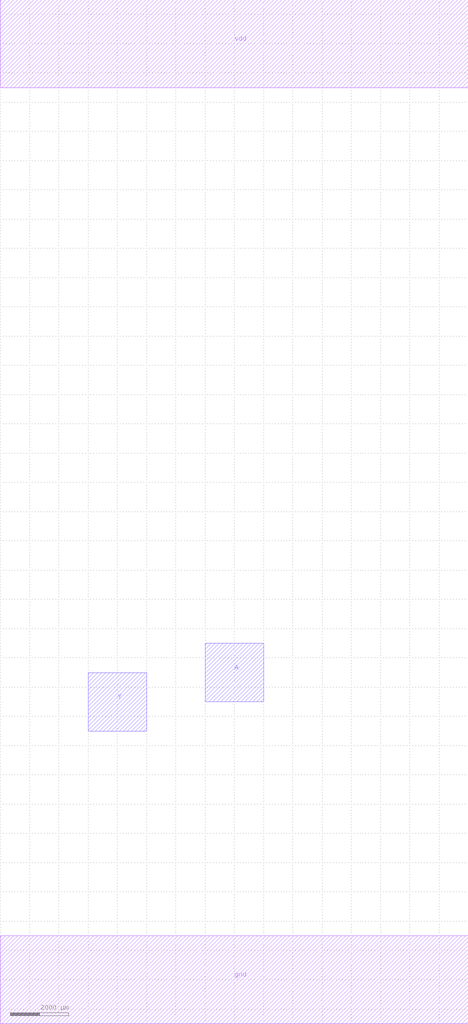
<source format=lef>
MACRO INVX2
 CLASS CORE ;
 ORIGIN 0 0 ;
 FOREIGN INVX2 0 0 ;
 SITE CORE ;
 SYMMETRY X Y R90 ;
  PIN vdd
   DIRECTION INOUT ;
   USE SIGNAL ;
   SHAPE ABUTMENT ;
    PORT
     CLASS CORE ;
       LAYER metal1 ;
        RECT 0.00000000 30500.00000000 16000.00000000 33500.00000000 ;
    END
  END vdd

  PIN gnd
   DIRECTION INOUT ;
   USE SIGNAL ;
   SHAPE ABUTMENT ;
    PORT
     CLASS CORE ;
       LAYER metal1 ;
        RECT 0.00000000 -1500.00000000 16000.00000000 1500.00000000 ;
    END
  END gnd

  PIN A
   DIRECTION INOUT ;
   USE SIGNAL ;
   SHAPE ABUTMENT ;
    PORT
     CLASS CORE ;
       LAYER metal2 ;
        RECT 7000.00000000 9500.00000000 9000.00000000 11500.00000000 ;
    END
  END A

  PIN Y
   DIRECTION INOUT ;
   USE SIGNAL ;
   SHAPE ABUTMENT ;
    PORT
     CLASS CORE ;
       LAYER metal2 ;
        RECT 3000.00000000 8500.00000000 5000.00000000 10500.00000000 ;
    END
  END Y


END INVX2

</source>
